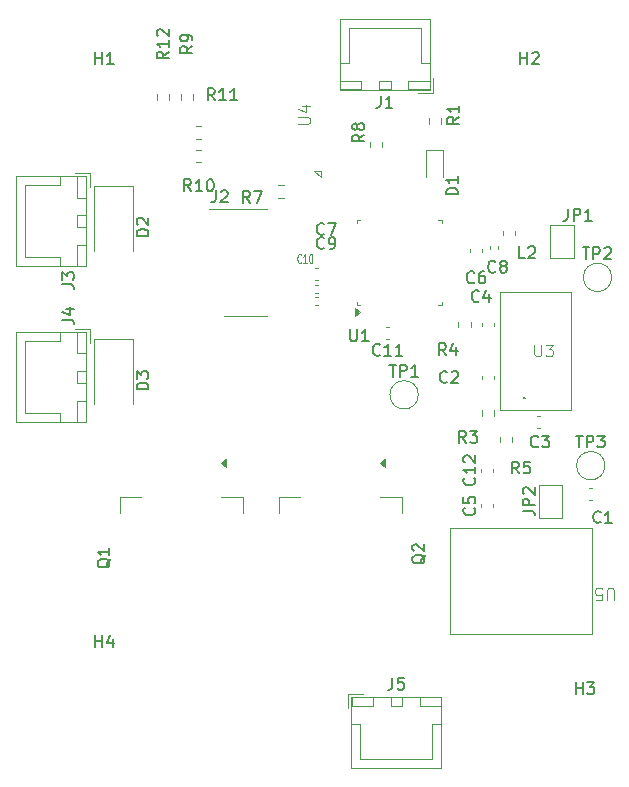
<source format=gbr>
%TF.GenerationSoftware,KiCad,Pcbnew,9.0.4*%
%TF.CreationDate,2025-11-05T15:34:37+01:00*%
%TF.ProjectId,FliperKAd,466c6970-6572-44b4-9164-2e6b69636164,rev?*%
%TF.SameCoordinates,Original*%
%TF.FileFunction,Legend,Top*%
%TF.FilePolarity,Positive*%
%FSLAX46Y46*%
G04 Gerber Fmt 4.6, Leading zero omitted, Abs format (unit mm)*
G04 Created by KiCad (PCBNEW 9.0.4) date 2025-11-05 15:34:37*
%MOMM*%
%LPD*%
G01*
G04 APERTURE LIST*
%ADD10C,0.150000*%
%ADD11C,0.080000*%
%ADD12C,0.100000*%
%ADD13C,0.120000*%
G04 APERTURE END LIST*
D10*
X207024819Y-69166666D02*
X206548628Y-69499999D01*
X207024819Y-69738094D02*
X206024819Y-69738094D01*
X206024819Y-69738094D02*
X206024819Y-69357142D01*
X206024819Y-69357142D02*
X206072438Y-69261904D01*
X206072438Y-69261904D02*
X206120057Y-69214285D01*
X206120057Y-69214285D02*
X206215295Y-69166666D01*
X206215295Y-69166666D02*
X206358152Y-69166666D01*
X206358152Y-69166666D02*
X206453390Y-69214285D01*
X206453390Y-69214285D02*
X206501009Y-69261904D01*
X206501009Y-69261904D02*
X206548628Y-69357142D01*
X206548628Y-69357142D02*
X206548628Y-69738094D01*
X206453390Y-68595237D02*
X206405771Y-68690475D01*
X206405771Y-68690475D02*
X206358152Y-68738094D01*
X206358152Y-68738094D02*
X206262914Y-68785713D01*
X206262914Y-68785713D02*
X206215295Y-68785713D01*
X206215295Y-68785713D02*
X206120057Y-68738094D01*
X206120057Y-68738094D02*
X206072438Y-68690475D01*
X206072438Y-68690475D02*
X206024819Y-68595237D01*
X206024819Y-68595237D02*
X206024819Y-68404761D01*
X206024819Y-68404761D02*
X206072438Y-68309523D01*
X206072438Y-68309523D02*
X206120057Y-68261904D01*
X206120057Y-68261904D02*
X206215295Y-68214285D01*
X206215295Y-68214285D02*
X206262914Y-68214285D01*
X206262914Y-68214285D02*
X206358152Y-68261904D01*
X206358152Y-68261904D02*
X206405771Y-68309523D01*
X206405771Y-68309523D02*
X206453390Y-68404761D01*
X206453390Y-68404761D02*
X206453390Y-68595237D01*
X206453390Y-68595237D02*
X206501009Y-68690475D01*
X206501009Y-68690475D02*
X206548628Y-68738094D01*
X206548628Y-68738094D02*
X206643866Y-68785713D01*
X206643866Y-68785713D02*
X206834342Y-68785713D01*
X206834342Y-68785713D02*
X206929580Y-68738094D01*
X206929580Y-68738094D02*
X206977200Y-68690475D01*
X206977200Y-68690475D02*
X207024819Y-68595237D01*
X207024819Y-68595237D02*
X207024819Y-68404761D01*
X207024819Y-68404761D02*
X206977200Y-68309523D01*
X206977200Y-68309523D02*
X206929580Y-68261904D01*
X206929580Y-68261904D02*
X206834342Y-68214285D01*
X206834342Y-68214285D02*
X206643866Y-68214285D01*
X206643866Y-68214285D02*
X206548628Y-68261904D01*
X206548628Y-68261904D02*
X206501009Y-68309523D01*
X206501009Y-68309523D02*
X206453390Y-68404761D01*
X214033333Y-90109580D02*
X213985714Y-90157200D01*
X213985714Y-90157200D02*
X213842857Y-90204819D01*
X213842857Y-90204819D02*
X213747619Y-90204819D01*
X213747619Y-90204819D02*
X213604762Y-90157200D01*
X213604762Y-90157200D02*
X213509524Y-90061961D01*
X213509524Y-90061961D02*
X213461905Y-89966723D01*
X213461905Y-89966723D02*
X213414286Y-89776247D01*
X213414286Y-89776247D02*
X213414286Y-89633390D01*
X213414286Y-89633390D02*
X213461905Y-89442914D01*
X213461905Y-89442914D02*
X213509524Y-89347676D01*
X213509524Y-89347676D02*
X213604762Y-89252438D01*
X213604762Y-89252438D02*
X213747619Y-89204819D01*
X213747619Y-89204819D02*
X213842857Y-89204819D01*
X213842857Y-89204819D02*
X213985714Y-89252438D01*
X213985714Y-89252438D02*
X214033333Y-89300057D01*
X214414286Y-89300057D02*
X214461905Y-89252438D01*
X214461905Y-89252438D02*
X214557143Y-89204819D01*
X214557143Y-89204819D02*
X214795238Y-89204819D01*
X214795238Y-89204819D02*
X214890476Y-89252438D01*
X214890476Y-89252438D02*
X214938095Y-89300057D01*
X214938095Y-89300057D02*
X214985714Y-89395295D01*
X214985714Y-89395295D02*
X214985714Y-89490533D01*
X214985714Y-89490533D02*
X214938095Y-89633390D01*
X214938095Y-89633390D02*
X214366667Y-90204819D01*
X214366667Y-90204819D02*
X214985714Y-90204819D01*
X216333333Y-81659580D02*
X216285714Y-81707200D01*
X216285714Y-81707200D02*
X216142857Y-81754819D01*
X216142857Y-81754819D02*
X216047619Y-81754819D01*
X216047619Y-81754819D02*
X215904762Y-81707200D01*
X215904762Y-81707200D02*
X215809524Y-81611961D01*
X215809524Y-81611961D02*
X215761905Y-81516723D01*
X215761905Y-81516723D02*
X215714286Y-81326247D01*
X215714286Y-81326247D02*
X215714286Y-81183390D01*
X215714286Y-81183390D02*
X215761905Y-80992914D01*
X215761905Y-80992914D02*
X215809524Y-80897676D01*
X215809524Y-80897676D02*
X215904762Y-80802438D01*
X215904762Y-80802438D02*
X216047619Y-80754819D01*
X216047619Y-80754819D02*
X216142857Y-80754819D01*
X216142857Y-80754819D02*
X216285714Y-80802438D01*
X216285714Y-80802438D02*
X216333333Y-80850057D01*
X217190476Y-80754819D02*
X217000000Y-80754819D01*
X217000000Y-80754819D02*
X216904762Y-80802438D01*
X216904762Y-80802438D02*
X216857143Y-80850057D01*
X216857143Y-80850057D02*
X216761905Y-80992914D01*
X216761905Y-80992914D02*
X216714286Y-81183390D01*
X216714286Y-81183390D02*
X216714286Y-81564342D01*
X216714286Y-81564342D02*
X216761905Y-81659580D01*
X216761905Y-81659580D02*
X216809524Y-81707200D01*
X216809524Y-81707200D02*
X216904762Y-81754819D01*
X216904762Y-81754819D02*
X217095238Y-81754819D01*
X217095238Y-81754819D02*
X217190476Y-81707200D01*
X217190476Y-81707200D02*
X217238095Y-81659580D01*
X217238095Y-81659580D02*
X217285714Y-81564342D01*
X217285714Y-81564342D02*
X217285714Y-81326247D01*
X217285714Y-81326247D02*
X217238095Y-81231009D01*
X217238095Y-81231009D02*
X217190476Y-81183390D01*
X217190476Y-81183390D02*
X217095238Y-81135771D01*
X217095238Y-81135771D02*
X216904762Y-81135771D01*
X216904762Y-81135771D02*
X216809524Y-81183390D01*
X216809524Y-81183390D02*
X216761905Y-81231009D01*
X216761905Y-81231009D02*
X216714286Y-81326247D01*
X212200057Y-104745238D02*
X212152438Y-104840476D01*
X212152438Y-104840476D02*
X212057200Y-104935714D01*
X212057200Y-104935714D02*
X211914342Y-105078571D01*
X211914342Y-105078571D02*
X211866723Y-105173809D01*
X211866723Y-105173809D02*
X211866723Y-105269047D01*
X212104819Y-105221428D02*
X212057200Y-105316666D01*
X212057200Y-105316666D02*
X211961961Y-105411904D01*
X211961961Y-105411904D02*
X211771485Y-105459523D01*
X211771485Y-105459523D02*
X211438152Y-105459523D01*
X211438152Y-105459523D02*
X211247676Y-105411904D01*
X211247676Y-105411904D02*
X211152438Y-105316666D01*
X211152438Y-105316666D02*
X211104819Y-105221428D01*
X211104819Y-105221428D02*
X211104819Y-105030952D01*
X211104819Y-105030952D02*
X211152438Y-104935714D01*
X211152438Y-104935714D02*
X211247676Y-104840476D01*
X211247676Y-104840476D02*
X211438152Y-104792857D01*
X211438152Y-104792857D02*
X211771485Y-104792857D01*
X211771485Y-104792857D02*
X211961961Y-104840476D01*
X211961961Y-104840476D02*
X212057200Y-104935714D01*
X212057200Y-104935714D02*
X212104819Y-105030952D01*
X212104819Y-105030952D02*
X212104819Y-105221428D01*
X211200057Y-104411904D02*
X211152438Y-104364285D01*
X211152438Y-104364285D02*
X211104819Y-104269047D01*
X211104819Y-104269047D02*
X211104819Y-104030952D01*
X211104819Y-104030952D02*
X211152438Y-103935714D01*
X211152438Y-103935714D02*
X211200057Y-103888095D01*
X211200057Y-103888095D02*
X211295295Y-103840476D01*
X211295295Y-103840476D02*
X211390533Y-103840476D01*
X211390533Y-103840476D02*
X211533390Y-103888095D01*
X211533390Y-103888095D02*
X212104819Y-104459523D01*
X212104819Y-104459523D02*
X212104819Y-103840476D01*
D11*
X201678571Y-79989744D02*
X201654762Y-80027840D01*
X201654762Y-80027840D02*
X201583333Y-80065935D01*
X201583333Y-80065935D02*
X201535714Y-80065935D01*
X201535714Y-80065935D02*
X201464286Y-80027840D01*
X201464286Y-80027840D02*
X201416667Y-79951649D01*
X201416667Y-79951649D02*
X201392857Y-79875459D01*
X201392857Y-79875459D02*
X201369048Y-79723078D01*
X201369048Y-79723078D02*
X201369048Y-79608792D01*
X201369048Y-79608792D02*
X201392857Y-79456411D01*
X201392857Y-79456411D02*
X201416667Y-79380220D01*
X201416667Y-79380220D02*
X201464286Y-79304030D01*
X201464286Y-79304030D02*
X201535714Y-79265935D01*
X201535714Y-79265935D02*
X201583333Y-79265935D01*
X201583333Y-79265935D02*
X201654762Y-79304030D01*
X201654762Y-79304030D02*
X201678571Y-79342125D01*
X202154762Y-80065935D02*
X201869048Y-80065935D01*
X202011905Y-80065935D02*
X202011905Y-79265935D01*
X202011905Y-79265935D02*
X201964286Y-79380220D01*
X201964286Y-79380220D02*
X201916667Y-79456411D01*
X201916667Y-79456411D02*
X201869048Y-79494506D01*
X202464285Y-79265935D02*
X202511904Y-79265935D01*
X202511904Y-79265935D02*
X202559523Y-79304030D01*
X202559523Y-79304030D02*
X202583333Y-79342125D01*
X202583333Y-79342125D02*
X202607142Y-79418316D01*
X202607142Y-79418316D02*
X202630952Y-79570697D01*
X202630952Y-79570697D02*
X202630952Y-79761173D01*
X202630952Y-79761173D02*
X202607142Y-79913554D01*
X202607142Y-79913554D02*
X202583333Y-79989744D01*
X202583333Y-79989744D02*
X202559523Y-80027840D01*
X202559523Y-80027840D02*
X202511904Y-80065935D01*
X202511904Y-80065935D02*
X202464285Y-80065935D01*
X202464285Y-80065935D02*
X202416666Y-80027840D01*
X202416666Y-80027840D02*
X202392857Y-79989744D01*
X202392857Y-79989744D02*
X202369047Y-79913554D01*
X202369047Y-79913554D02*
X202345238Y-79761173D01*
X202345238Y-79761173D02*
X202345238Y-79570697D01*
X202345238Y-79570697D02*
X202369047Y-79418316D01*
X202369047Y-79418316D02*
X202392857Y-79342125D01*
X202392857Y-79342125D02*
X202416666Y-79304030D01*
X202416666Y-79304030D02*
X202464285Y-79265935D01*
D10*
X184238095Y-63204819D02*
X184238095Y-62204819D01*
X184238095Y-62681009D02*
X184809523Y-62681009D01*
X184809523Y-63204819D02*
X184809523Y-62204819D01*
X185809523Y-63204819D02*
X185238095Y-63204819D01*
X185523809Y-63204819D02*
X185523809Y-62204819D01*
X185523809Y-62204819D02*
X185428571Y-62347676D01*
X185428571Y-62347676D02*
X185333333Y-62442914D01*
X185333333Y-62442914D02*
X185238095Y-62490533D01*
X216733333Y-83259580D02*
X216685714Y-83307200D01*
X216685714Y-83307200D02*
X216542857Y-83354819D01*
X216542857Y-83354819D02*
X216447619Y-83354819D01*
X216447619Y-83354819D02*
X216304762Y-83307200D01*
X216304762Y-83307200D02*
X216209524Y-83211961D01*
X216209524Y-83211961D02*
X216161905Y-83116723D01*
X216161905Y-83116723D02*
X216114286Y-82926247D01*
X216114286Y-82926247D02*
X216114286Y-82783390D01*
X216114286Y-82783390D02*
X216161905Y-82592914D01*
X216161905Y-82592914D02*
X216209524Y-82497676D01*
X216209524Y-82497676D02*
X216304762Y-82402438D01*
X216304762Y-82402438D02*
X216447619Y-82354819D01*
X216447619Y-82354819D02*
X216542857Y-82354819D01*
X216542857Y-82354819D02*
X216685714Y-82402438D01*
X216685714Y-82402438D02*
X216733333Y-82450057D01*
X217590476Y-82688152D02*
X217590476Y-83354819D01*
X217352381Y-82307200D02*
X217114286Y-83021485D01*
X217114286Y-83021485D02*
X217733333Y-83021485D01*
X216329580Y-98242857D02*
X216377200Y-98290476D01*
X216377200Y-98290476D02*
X216424819Y-98433333D01*
X216424819Y-98433333D02*
X216424819Y-98528571D01*
X216424819Y-98528571D02*
X216377200Y-98671428D01*
X216377200Y-98671428D02*
X216281961Y-98766666D01*
X216281961Y-98766666D02*
X216186723Y-98814285D01*
X216186723Y-98814285D02*
X215996247Y-98861904D01*
X215996247Y-98861904D02*
X215853390Y-98861904D01*
X215853390Y-98861904D02*
X215662914Y-98814285D01*
X215662914Y-98814285D02*
X215567676Y-98766666D01*
X215567676Y-98766666D02*
X215472438Y-98671428D01*
X215472438Y-98671428D02*
X215424819Y-98528571D01*
X215424819Y-98528571D02*
X215424819Y-98433333D01*
X215424819Y-98433333D02*
X215472438Y-98290476D01*
X215472438Y-98290476D02*
X215520057Y-98242857D01*
X216424819Y-97290476D02*
X216424819Y-97861904D01*
X216424819Y-97576190D02*
X215424819Y-97576190D01*
X215424819Y-97576190D02*
X215567676Y-97671428D01*
X215567676Y-97671428D02*
X215662914Y-97766666D01*
X215662914Y-97766666D02*
X215710533Y-97861904D01*
X215520057Y-96909523D02*
X215472438Y-96861904D01*
X215472438Y-96861904D02*
X215424819Y-96766666D01*
X215424819Y-96766666D02*
X215424819Y-96528571D01*
X215424819Y-96528571D02*
X215472438Y-96433333D01*
X215472438Y-96433333D02*
X215520057Y-96385714D01*
X215520057Y-96385714D02*
X215615295Y-96338095D01*
X215615295Y-96338095D02*
X215710533Y-96338095D01*
X215710533Y-96338095D02*
X215853390Y-96385714D01*
X215853390Y-96385714D02*
X216424819Y-96957142D01*
X216424819Y-96957142D02*
X216424819Y-96338095D01*
X209416666Y-115154819D02*
X209416666Y-115869104D01*
X209416666Y-115869104D02*
X209369047Y-116011961D01*
X209369047Y-116011961D02*
X209273809Y-116107200D01*
X209273809Y-116107200D02*
X209130952Y-116154819D01*
X209130952Y-116154819D02*
X209035714Y-116154819D01*
X210369047Y-115154819D02*
X209892857Y-115154819D01*
X209892857Y-115154819D02*
X209845238Y-115631009D01*
X209845238Y-115631009D02*
X209892857Y-115583390D01*
X209892857Y-115583390D02*
X209988095Y-115535771D01*
X209988095Y-115535771D02*
X210226190Y-115535771D01*
X210226190Y-115535771D02*
X210321428Y-115583390D01*
X210321428Y-115583390D02*
X210369047Y-115631009D01*
X210369047Y-115631009D02*
X210416666Y-115726247D01*
X210416666Y-115726247D02*
X210416666Y-115964342D01*
X210416666Y-115964342D02*
X210369047Y-116059580D01*
X210369047Y-116059580D02*
X210321428Y-116107200D01*
X210321428Y-116107200D02*
X210226190Y-116154819D01*
X210226190Y-116154819D02*
X209988095Y-116154819D01*
X209988095Y-116154819D02*
X209892857Y-116107200D01*
X209892857Y-116107200D02*
X209845238Y-116059580D01*
X215054819Y-67666666D02*
X214578628Y-67999999D01*
X215054819Y-68238094D02*
X214054819Y-68238094D01*
X214054819Y-68238094D02*
X214054819Y-67857142D01*
X214054819Y-67857142D02*
X214102438Y-67761904D01*
X214102438Y-67761904D02*
X214150057Y-67714285D01*
X214150057Y-67714285D02*
X214245295Y-67666666D01*
X214245295Y-67666666D02*
X214388152Y-67666666D01*
X214388152Y-67666666D02*
X214483390Y-67714285D01*
X214483390Y-67714285D02*
X214531009Y-67761904D01*
X214531009Y-67761904D02*
X214578628Y-67857142D01*
X214578628Y-67857142D02*
X214578628Y-68238094D01*
X215054819Y-66714285D02*
X215054819Y-67285713D01*
X215054819Y-66999999D02*
X214054819Y-66999999D01*
X214054819Y-66999999D02*
X214197676Y-67095237D01*
X214197676Y-67095237D02*
X214292914Y-67190475D01*
X214292914Y-67190475D02*
X214340533Y-67285713D01*
X214954819Y-74238094D02*
X213954819Y-74238094D01*
X213954819Y-74238094D02*
X213954819Y-73999999D01*
X213954819Y-73999999D02*
X214002438Y-73857142D01*
X214002438Y-73857142D02*
X214097676Y-73761904D01*
X214097676Y-73761904D02*
X214192914Y-73714285D01*
X214192914Y-73714285D02*
X214383390Y-73666666D01*
X214383390Y-73666666D02*
X214526247Y-73666666D01*
X214526247Y-73666666D02*
X214716723Y-73714285D01*
X214716723Y-73714285D02*
X214811961Y-73761904D01*
X214811961Y-73761904D02*
X214907200Y-73857142D01*
X214907200Y-73857142D02*
X214954819Y-73999999D01*
X214954819Y-73999999D02*
X214954819Y-74238094D01*
X214954819Y-72714285D02*
X214954819Y-73285713D01*
X214954819Y-72999999D02*
X213954819Y-72999999D01*
X213954819Y-72999999D02*
X214097676Y-73095237D01*
X214097676Y-73095237D02*
X214192914Y-73190475D01*
X214192914Y-73190475D02*
X214240533Y-73285713D01*
X221748913Y-95559580D02*
X221701294Y-95607200D01*
X221701294Y-95607200D02*
X221558437Y-95654819D01*
X221558437Y-95654819D02*
X221463199Y-95654819D01*
X221463199Y-95654819D02*
X221320342Y-95607200D01*
X221320342Y-95607200D02*
X221225104Y-95511961D01*
X221225104Y-95511961D02*
X221177485Y-95416723D01*
X221177485Y-95416723D02*
X221129866Y-95226247D01*
X221129866Y-95226247D02*
X221129866Y-95083390D01*
X221129866Y-95083390D02*
X221177485Y-94892914D01*
X221177485Y-94892914D02*
X221225104Y-94797676D01*
X221225104Y-94797676D02*
X221320342Y-94702438D01*
X221320342Y-94702438D02*
X221463199Y-94654819D01*
X221463199Y-94654819D02*
X221558437Y-94654819D01*
X221558437Y-94654819D02*
X221701294Y-94702438D01*
X221701294Y-94702438D02*
X221748913Y-94750057D01*
X222082247Y-94654819D02*
X222701294Y-94654819D01*
X222701294Y-94654819D02*
X222367961Y-95035771D01*
X222367961Y-95035771D02*
X222510818Y-95035771D01*
X222510818Y-95035771D02*
X222606056Y-95083390D01*
X222606056Y-95083390D02*
X222653675Y-95131009D01*
X222653675Y-95131009D02*
X222701294Y-95226247D01*
X222701294Y-95226247D02*
X222701294Y-95464342D01*
X222701294Y-95464342D02*
X222653675Y-95559580D01*
X222653675Y-95559580D02*
X222606056Y-95607200D01*
X222606056Y-95607200D02*
X222510818Y-95654819D01*
X222510818Y-95654819D02*
X222225104Y-95654819D01*
X222225104Y-95654819D02*
X222129866Y-95607200D01*
X222129866Y-95607200D02*
X222082247Y-95559580D01*
X215633333Y-95254819D02*
X215300000Y-94778628D01*
X215061905Y-95254819D02*
X215061905Y-94254819D01*
X215061905Y-94254819D02*
X215442857Y-94254819D01*
X215442857Y-94254819D02*
X215538095Y-94302438D01*
X215538095Y-94302438D02*
X215585714Y-94350057D01*
X215585714Y-94350057D02*
X215633333Y-94445295D01*
X215633333Y-94445295D02*
X215633333Y-94588152D01*
X215633333Y-94588152D02*
X215585714Y-94683390D01*
X215585714Y-94683390D02*
X215538095Y-94731009D01*
X215538095Y-94731009D02*
X215442857Y-94778628D01*
X215442857Y-94778628D02*
X215061905Y-94778628D01*
X215966667Y-94254819D02*
X216585714Y-94254819D01*
X216585714Y-94254819D02*
X216252381Y-94635771D01*
X216252381Y-94635771D02*
X216395238Y-94635771D01*
X216395238Y-94635771D02*
X216490476Y-94683390D01*
X216490476Y-94683390D02*
X216538095Y-94731009D01*
X216538095Y-94731009D02*
X216585714Y-94826247D01*
X216585714Y-94826247D02*
X216585714Y-95064342D01*
X216585714Y-95064342D02*
X216538095Y-95159580D01*
X216538095Y-95159580D02*
X216490476Y-95207200D01*
X216490476Y-95207200D02*
X216395238Y-95254819D01*
X216395238Y-95254819D02*
X216109524Y-95254819D01*
X216109524Y-95254819D02*
X216014286Y-95207200D01*
X216014286Y-95207200D02*
X215966667Y-95159580D01*
X225508095Y-78716819D02*
X226079523Y-78716819D01*
X225793809Y-79716819D02*
X225793809Y-78716819D01*
X226412857Y-79716819D02*
X226412857Y-78716819D01*
X226412857Y-78716819D02*
X226793809Y-78716819D01*
X226793809Y-78716819D02*
X226889047Y-78764438D01*
X226889047Y-78764438D02*
X226936666Y-78812057D01*
X226936666Y-78812057D02*
X226984285Y-78907295D01*
X226984285Y-78907295D02*
X226984285Y-79050152D01*
X226984285Y-79050152D02*
X226936666Y-79145390D01*
X226936666Y-79145390D02*
X226889047Y-79193009D01*
X226889047Y-79193009D02*
X226793809Y-79240628D01*
X226793809Y-79240628D02*
X226412857Y-79240628D01*
X227365238Y-78812057D02*
X227412857Y-78764438D01*
X227412857Y-78764438D02*
X227508095Y-78716819D01*
X227508095Y-78716819D02*
X227746190Y-78716819D01*
X227746190Y-78716819D02*
X227841428Y-78764438D01*
X227841428Y-78764438D02*
X227889047Y-78812057D01*
X227889047Y-78812057D02*
X227936666Y-78907295D01*
X227936666Y-78907295D02*
X227936666Y-79002533D01*
X227936666Y-79002533D02*
X227889047Y-79145390D01*
X227889047Y-79145390D02*
X227317619Y-79716819D01*
X227317619Y-79716819D02*
X227936666Y-79716819D01*
X220238095Y-63204819D02*
X220238095Y-62204819D01*
X220238095Y-62681009D02*
X220809523Y-62681009D01*
X220809523Y-63204819D02*
X220809523Y-62204819D01*
X221238095Y-62300057D02*
X221285714Y-62252438D01*
X221285714Y-62252438D02*
X221380952Y-62204819D01*
X221380952Y-62204819D02*
X221619047Y-62204819D01*
X221619047Y-62204819D02*
X221714285Y-62252438D01*
X221714285Y-62252438D02*
X221761904Y-62300057D01*
X221761904Y-62300057D02*
X221809523Y-62395295D01*
X221809523Y-62395295D02*
X221809523Y-62490533D01*
X221809523Y-62490533D02*
X221761904Y-62633390D01*
X221761904Y-62633390D02*
X221190476Y-63204819D01*
X221190476Y-63204819D02*
X221809523Y-63204819D01*
X181454819Y-81833333D02*
X182169104Y-81833333D01*
X182169104Y-81833333D02*
X182311961Y-81880952D01*
X182311961Y-81880952D02*
X182407200Y-81976190D01*
X182407200Y-81976190D02*
X182454819Y-82119047D01*
X182454819Y-82119047D02*
X182454819Y-82214285D01*
X181454819Y-81452380D02*
X181454819Y-80833333D01*
X181454819Y-80833333D02*
X181835771Y-81166666D01*
X181835771Y-81166666D02*
X181835771Y-81023809D01*
X181835771Y-81023809D02*
X181883390Y-80928571D01*
X181883390Y-80928571D02*
X181931009Y-80880952D01*
X181931009Y-80880952D02*
X182026247Y-80833333D01*
X182026247Y-80833333D02*
X182264342Y-80833333D01*
X182264342Y-80833333D02*
X182359580Y-80880952D01*
X182359580Y-80880952D02*
X182407200Y-80928571D01*
X182407200Y-80928571D02*
X182454819Y-81023809D01*
X182454819Y-81023809D02*
X182454819Y-81309523D01*
X182454819Y-81309523D02*
X182407200Y-81404761D01*
X182407200Y-81404761D02*
X182359580Y-81452380D01*
X188754819Y-90738094D02*
X187754819Y-90738094D01*
X187754819Y-90738094D02*
X187754819Y-90499999D01*
X187754819Y-90499999D02*
X187802438Y-90357142D01*
X187802438Y-90357142D02*
X187897676Y-90261904D01*
X187897676Y-90261904D02*
X187992914Y-90214285D01*
X187992914Y-90214285D02*
X188183390Y-90166666D01*
X188183390Y-90166666D02*
X188326247Y-90166666D01*
X188326247Y-90166666D02*
X188516723Y-90214285D01*
X188516723Y-90214285D02*
X188611961Y-90261904D01*
X188611961Y-90261904D02*
X188707200Y-90357142D01*
X188707200Y-90357142D02*
X188754819Y-90499999D01*
X188754819Y-90499999D02*
X188754819Y-90738094D01*
X187754819Y-89833332D02*
X187754819Y-89214285D01*
X187754819Y-89214285D02*
X188135771Y-89547618D01*
X188135771Y-89547618D02*
X188135771Y-89404761D01*
X188135771Y-89404761D02*
X188183390Y-89309523D01*
X188183390Y-89309523D02*
X188231009Y-89261904D01*
X188231009Y-89261904D02*
X188326247Y-89214285D01*
X188326247Y-89214285D02*
X188564342Y-89214285D01*
X188564342Y-89214285D02*
X188659580Y-89261904D01*
X188659580Y-89261904D02*
X188707200Y-89309523D01*
X188707200Y-89309523D02*
X188754819Y-89404761D01*
X188754819Y-89404761D02*
X188754819Y-89690475D01*
X188754819Y-89690475D02*
X188707200Y-89785713D01*
X188707200Y-89785713D02*
X188659580Y-89833332D01*
X220454819Y-101033333D02*
X221169104Y-101033333D01*
X221169104Y-101033333D02*
X221311961Y-101080952D01*
X221311961Y-101080952D02*
X221407200Y-101176190D01*
X221407200Y-101176190D02*
X221454819Y-101319047D01*
X221454819Y-101319047D02*
X221454819Y-101414285D01*
X221454819Y-100557142D02*
X220454819Y-100557142D01*
X220454819Y-100557142D02*
X220454819Y-100176190D01*
X220454819Y-100176190D02*
X220502438Y-100080952D01*
X220502438Y-100080952D02*
X220550057Y-100033333D01*
X220550057Y-100033333D02*
X220645295Y-99985714D01*
X220645295Y-99985714D02*
X220788152Y-99985714D01*
X220788152Y-99985714D02*
X220883390Y-100033333D01*
X220883390Y-100033333D02*
X220931009Y-100080952D01*
X220931009Y-100080952D02*
X220978628Y-100176190D01*
X220978628Y-100176190D02*
X220978628Y-100557142D01*
X220550057Y-99604761D02*
X220502438Y-99557142D01*
X220502438Y-99557142D02*
X220454819Y-99461904D01*
X220454819Y-99461904D02*
X220454819Y-99223809D01*
X220454819Y-99223809D02*
X220502438Y-99128571D01*
X220502438Y-99128571D02*
X220550057Y-99080952D01*
X220550057Y-99080952D02*
X220645295Y-99033333D01*
X220645295Y-99033333D02*
X220740533Y-99033333D01*
X220740533Y-99033333D02*
X220883390Y-99080952D01*
X220883390Y-99080952D02*
X221454819Y-99652380D01*
X221454819Y-99652380D02*
X221454819Y-99033333D01*
X224266666Y-75454819D02*
X224266666Y-76169104D01*
X224266666Y-76169104D02*
X224219047Y-76311961D01*
X224219047Y-76311961D02*
X224123809Y-76407200D01*
X224123809Y-76407200D02*
X223980952Y-76454819D01*
X223980952Y-76454819D02*
X223885714Y-76454819D01*
X224742857Y-76454819D02*
X224742857Y-75454819D01*
X224742857Y-75454819D02*
X225123809Y-75454819D01*
X225123809Y-75454819D02*
X225219047Y-75502438D01*
X225219047Y-75502438D02*
X225266666Y-75550057D01*
X225266666Y-75550057D02*
X225314285Y-75645295D01*
X225314285Y-75645295D02*
X225314285Y-75788152D01*
X225314285Y-75788152D02*
X225266666Y-75883390D01*
X225266666Y-75883390D02*
X225219047Y-75931009D01*
X225219047Y-75931009D02*
X225123809Y-75978628D01*
X225123809Y-75978628D02*
X224742857Y-75978628D01*
X226266666Y-76454819D02*
X225695238Y-76454819D01*
X225980952Y-76454819D02*
X225980952Y-75454819D01*
X225980952Y-75454819D02*
X225885714Y-75597676D01*
X225885714Y-75597676D02*
X225790476Y-75692914D01*
X225790476Y-75692914D02*
X225695238Y-75740533D01*
X216329580Y-100766666D02*
X216377200Y-100814285D01*
X216377200Y-100814285D02*
X216424819Y-100957142D01*
X216424819Y-100957142D02*
X216424819Y-101052380D01*
X216424819Y-101052380D02*
X216377200Y-101195237D01*
X216377200Y-101195237D02*
X216281961Y-101290475D01*
X216281961Y-101290475D02*
X216186723Y-101338094D01*
X216186723Y-101338094D02*
X215996247Y-101385713D01*
X215996247Y-101385713D02*
X215853390Y-101385713D01*
X215853390Y-101385713D02*
X215662914Y-101338094D01*
X215662914Y-101338094D02*
X215567676Y-101290475D01*
X215567676Y-101290475D02*
X215472438Y-101195237D01*
X215472438Y-101195237D02*
X215424819Y-101052380D01*
X215424819Y-101052380D02*
X215424819Y-100957142D01*
X215424819Y-100957142D02*
X215472438Y-100814285D01*
X215472438Y-100814285D02*
X215520057Y-100766666D01*
X215424819Y-99861904D02*
X215424819Y-100338094D01*
X215424819Y-100338094D02*
X215901009Y-100385713D01*
X215901009Y-100385713D02*
X215853390Y-100338094D01*
X215853390Y-100338094D02*
X215805771Y-100242856D01*
X215805771Y-100242856D02*
X215805771Y-100004761D01*
X215805771Y-100004761D02*
X215853390Y-99909523D01*
X215853390Y-99909523D02*
X215901009Y-99861904D01*
X215901009Y-99861904D02*
X215996247Y-99814285D01*
X215996247Y-99814285D02*
X216234342Y-99814285D01*
X216234342Y-99814285D02*
X216329580Y-99861904D01*
X216329580Y-99861904D02*
X216377200Y-99909523D01*
X216377200Y-99909523D02*
X216424819Y-100004761D01*
X216424819Y-100004761D02*
X216424819Y-100242856D01*
X216424819Y-100242856D02*
X216377200Y-100338094D01*
X216377200Y-100338094D02*
X216329580Y-100385713D01*
X185550057Y-105095238D02*
X185502438Y-105190476D01*
X185502438Y-105190476D02*
X185407200Y-105285714D01*
X185407200Y-105285714D02*
X185264342Y-105428571D01*
X185264342Y-105428571D02*
X185216723Y-105523809D01*
X185216723Y-105523809D02*
X185216723Y-105619047D01*
X185454819Y-105571428D02*
X185407200Y-105666666D01*
X185407200Y-105666666D02*
X185311961Y-105761904D01*
X185311961Y-105761904D02*
X185121485Y-105809523D01*
X185121485Y-105809523D02*
X184788152Y-105809523D01*
X184788152Y-105809523D02*
X184597676Y-105761904D01*
X184597676Y-105761904D02*
X184502438Y-105666666D01*
X184502438Y-105666666D02*
X184454819Y-105571428D01*
X184454819Y-105571428D02*
X184454819Y-105380952D01*
X184454819Y-105380952D02*
X184502438Y-105285714D01*
X184502438Y-105285714D02*
X184597676Y-105190476D01*
X184597676Y-105190476D02*
X184788152Y-105142857D01*
X184788152Y-105142857D02*
X185121485Y-105142857D01*
X185121485Y-105142857D02*
X185311961Y-105190476D01*
X185311961Y-105190476D02*
X185407200Y-105285714D01*
X185407200Y-105285714D02*
X185454819Y-105380952D01*
X185454819Y-105380952D02*
X185454819Y-105571428D01*
X185454819Y-104190476D02*
X185454819Y-104761904D01*
X185454819Y-104476190D02*
X184454819Y-104476190D01*
X184454819Y-104476190D02*
X184597676Y-104571428D01*
X184597676Y-104571428D02*
X184692914Y-104666666D01*
X184692914Y-104666666D02*
X184740533Y-104761904D01*
X197333333Y-74954819D02*
X197000000Y-74478628D01*
X196761905Y-74954819D02*
X196761905Y-73954819D01*
X196761905Y-73954819D02*
X197142857Y-73954819D01*
X197142857Y-73954819D02*
X197238095Y-74002438D01*
X197238095Y-74002438D02*
X197285714Y-74050057D01*
X197285714Y-74050057D02*
X197333333Y-74145295D01*
X197333333Y-74145295D02*
X197333333Y-74288152D01*
X197333333Y-74288152D02*
X197285714Y-74383390D01*
X197285714Y-74383390D02*
X197238095Y-74431009D01*
X197238095Y-74431009D02*
X197142857Y-74478628D01*
X197142857Y-74478628D02*
X196761905Y-74478628D01*
X197666667Y-73954819D02*
X198333333Y-73954819D01*
X198333333Y-73954819D02*
X197904762Y-74954819D01*
X218133333Y-80759580D02*
X218085714Y-80807200D01*
X218085714Y-80807200D02*
X217942857Y-80854819D01*
X217942857Y-80854819D02*
X217847619Y-80854819D01*
X217847619Y-80854819D02*
X217704762Y-80807200D01*
X217704762Y-80807200D02*
X217609524Y-80711961D01*
X217609524Y-80711961D02*
X217561905Y-80616723D01*
X217561905Y-80616723D02*
X217514286Y-80426247D01*
X217514286Y-80426247D02*
X217514286Y-80283390D01*
X217514286Y-80283390D02*
X217561905Y-80092914D01*
X217561905Y-80092914D02*
X217609524Y-79997676D01*
X217609524Y-79997676D02*
X217704762Y-79902438D01*
X217704762Y-79902438D02*
X217847619Y-79854819D01*
X217847619Y-79854819D02*
X217942857Y-79854819D01*
X217942857Y-79854819D02*
X218085714Y-79902438D01*
X218085714Y-79902438D02*
X218133333Y-79950057D01*
X218704762Y-80283390D02*
X218609524Y-80235771D01*
X218609524Y-80235771D02*
X218561905Y-80188152D01*
X218561905Y-80188152D02*
X218514286Y-80092914D01*
X218514286Y-80092914D02*
X218514286Y-80045295D01*
X218514286Y-80045295D02*
X218561905Y-79950057D01*
X218561905Y-79950057D02*
X218609524Y-79902438D01*
X218609524Y-79902438D02*
X218704762Y-79854819D01*
X218704762Y-79854819D02*
X218895238Y-79854819D01*
X218895238Y-79854819D02*
X218990476Y-79902438D01*
X218990476Y-79902438D02*
X219038095Y-79950057D01*
X219038095Y-79950057D02*
X219085714Y-80045295D01*
X219085714Y-80045295D02*
X219085714Y-80092914D01*
X219085714Y-80092914D02*
X219038095Y-80188152D01*
X219038095Y-80188152D02*
X218990476Y-80235771D01*
X218990476Y-80235771D02*
X218895238Y-80283390D01*
X218895238Y-80283390D02*
X218704762Y-80283390D01*
X218704762Y-80283390D02*
X218609524Y-80331009D01*
X218609524Y-80331009D02*
X218561905Y-80378628D01*
X218561905Y-80378628D02*
X218514286Y-80473866D01*
X218514286Y-80473866D02*
X218514286Y-80664342D01*
X218514286Y-80664342D02*
X218561905Y-80759580D01*
X218561905Y-80759580D02*
X218609524Y-80807200D01*
X218609524Y-80807200D02*
X218704762Y-80854819D01*
X218704762Y-80854819D02*
X218895238Y-80854819D01*
X218895238Y-80854819D02*
X218990476Y-80807200D01*
X218990476Y-80807200D02*
X219038095Y-80759580D01*
X219038095Y-80759580D02*
X219085714Y-80664342D01*
X219085714Y-80664342D02*
X219085714Y-80473866D01*
X219085714Y-80473866D02*
X219038095Y-80378628D01*
X219038095Y-80378628D02*
X218990476Y-80331009D01*
X218990476Y-80331009D02*
X218895238Y-80283390D01*
X220633333Y-79641904D02*
X220157143Y-79641904D01*
X220157143Y-79641904D02*
X220157143Y-78641904D01*
X220919048Y-78737142D02*
X220966667Y-78689523D01*
X220966667Y-78689523D02*
X221061905Y-78641904D01*
X221061905Y-78641904D02*
X221300000Y-78641904D01*
X221300000Y-78641904D02*
X221395238Y-78689523D01*
X221395238Y-78689523D02*
X221442857Y-78737142D01*
X221442857Y-78737142D02*
X221490476Y-78832380D01*
X221490476Y-78832380D02*
X221490476Y-78927618D01*
X221490476Y-78927618D02*
X221442857Y-79070475D01*
X221442857Y-79070475D02*
X220871429Y-79641904D01*
X220871429Y-79641904D02*
X221490476Y-79641904D01*
X224938095Y-116554819D02*
X224938095Y-115554819D01*
X224938095Y-116031009D02*
X225509523Y-116031009D01*
X225509523Y-116554819D02*
X225509523Y-115554819D01*
X225890476Y-115554819D02*
X226509523Y-115554819D01*
X226509523Y-115554819D02*
X226176190Y-115935771D01*
X226176190Y-115935771D02*
X226319047Y-115935771D01*
X226319047Y-115935771D02*
X226414285Y-115983390D01*
X226414285Y-115983390D02*
X226461904Y-116031009D01*
X226461904Y-116031009D02*
X226509523Y-116126247D01*
X226509523Y-116126247D02*
X226509523Y-116364342D01*
X226509523Y-116364342D02*
X226461904Y-116459580D01*
X226461904Y-116459580D02*
X226414285Y-116507200D01*
X226414285Y-116507200D02*
X226319047Y-116554819D01*
X226319047Y-116554819D02*
X226033333Y-116554819D01*
X226033333Y-116554819D02*
X225938095Y-116507200D01*
X225938095Y-116507200D02*
X225890476Y-116459580D01*
X190454819Y-62142857D02*
X189978628Y-62476190D01*
X190454819Y-62714285D02*
X189454819Y-62714285D01*
X189454819Y-62714285D02*
X189454819Y-62333333D01*
X189454819Y-62333333D02*
X189502438Y-62238095D01*
X189502438Y-62238095D02*
X189550057Y-62190476D01*
X189550057Y-62190476D02*
X189645295Y-62142857D01*
X189645295Y-62142857D02*
X189788152Y-62142857D01*
X189788152Y-62142857D02*
X189883390Y-62190476D01*
X189883390Y-62190476D02*
X189931009Y-62238095D01*
X189931009Y-62238095D02*
X189978628Y-62333333D01*
X189978628Y-62333333D02*
X189978628Y-62714285D01*
X190454819Y-61190476D02*
X190454819Y-61761904D01*
X190454819Y-61476190D02*
X189454819Y-61476190D01*
X189454819Y-61476190D02*
X189597676Y-61571428D01*
X189597676Y-61571428D02*
X189692914Y-61666666D01*
X189692914Y-61666666D02*
X189740533Y-61761904D01*
X189550057Y-60809523D02*
X189502438Y-60761904D01*
X189502438Y-60761904D02*
X189454819Y-60666666D01*
X189454819Y-60666666D02*
X189454819Y-60428571D01*
X189454819Y-60428571D02*
X189502438Y-60333333D01*
X189502438Y-60333333D02*
X189550057Y-60285714D01*
X189550057Y-60285714D02*
X189645295Y-60238095D01*
X189645295Y-60238095D02*
X189740533Y-60238095D01*
X189740533Y-60238095D02*
X189883390Y-60285714D01*
X189883390Y-60285714D02*
X190454819Y-60857142D01*
X190454819Y-60857142D02*
X190454819Y-60238095D01*
X224938095Y-94656819D02*
X225509523Y-94656819D01*
X225223809Y-95656819D02*
X225223809Y-94656819D01*
X225842857Y-95656819D02*
X225842857Y-94656819D01*
X225842857Y-94656819D02*
X226223809Y-94656819D01*
X226223809Y-94656819D02*
X226319047Y-94704438D01*
X226319047Y-94704438D02*
X226366666Y-94752057D01*
X226366666Y-94752057D02*
X226414285Y-94847295D01*
X226414285Y-94847295D02*
X226414285Y-94990152D01*
X226414285Y-94990152D02*
X226366666Y-95085390D01*
X226366666Y-95085390D02*
X226319047Y-95133009D01*
X226319047Y-95133009D02*
X226223809Y-95180628D01*
X226223809Y-95180628D02*
X225842857Y-95180628D01*
X226747619Y-94656819D02*
X227366666Y-94656819D01*
X227366666Y-94656819D02*
X227033333Y-95037771D01*
X227033333Y-95037771D02*
X227176190Y-95037771D01*
X227176190Y-95037771D02*
X227271428Y-95085390D01*
X227271428Y-95085390D02*
X227319047Y-95133009D01*
X227319047Y-95133009D02*
X227366666Y-95228247D01*
X227366666Y-95228247D02*
X227366666Y-95466342D01*
X227366666Y-95466342D02*
X227319047Y-95561580D01*
X227319047Y-95561580D02*
X227271428Y-95609200D01*
X227271428Y-95609200D02*
X227176190Y-95656819D01*
X227176190Y-95656819D02*
X226890476Y-95656819D01*
X226890476Y-95656819D02*
X226795238Y-95609200D01*
X226795238Y-95609200D02*
X226747619Y-95561580D01*
X227033333Y-101959580D02*
X226985714Y-102007200D01*
X226985714Y-102007200D02*
X226842857Y-102054819D01*
X226842857Y-102054819D02*
X226747619Y-102054819D01*
X226747619Y-102054819D02*
X226604762Y-102007200D01*
X226604762Y-102007200D02*
X226509524Y-101911961D01*
X226509524Y-101911961D02*
X226461905Y-101816723D01*
X226461905Y-101816723D02*
X226414286Y-101626247D01*
X226414286Y-101626247D02*
X226414286Y-101483390D01*
X226414286Y-101483390D02*
X226461905Y-101292914D01*
X226461905Y-101292914D02*
X226509524Y-101197676D01*
X226509524Y-101197676D02*
X226604762Y-101102438D01*
X226604762Y-101102438D02*
X226747619Y-101054819D01*
X226747619Y-101054819D02*
X226842857Y-101054819D01*
X226842857Y-101054819D02*
X226985714Y-101102438D01*
X226985714Y-101102438D02*
X227033333Y-101150057D01*
X227985714Y-102054819D02*
X227414286Y-102054819D01*
X227700000Y-102054819D02*
X227700000Y-101054819D01*
X227700000Y-101054819D02*
X227604762Y-101197676D01*
X227604762Y-101197676D02*
X227509524Y-101292914D01*
X227509524Y-101292914D02*
X227414286Y-101340533D01*
X194466666Y-73899819D02*
X194466666Y-74614104D01*
X194466666Y-74614104D02*
X194419047Y-74756961D01*
X194419047Y-74756961D02*
X194323809Y-74852200D01*
X194323809Y-74852200D02*
X194180952Y-74899819D01*
X194180952Y-74899819D02*
X194085714Y-74899819D01*
X194895238Y-73995057D02*
X194942857Y-73947438D01*
X194942857Y-73947438D02*
X195038095Y-73899819D01*
X195038095Y-73899819D02*
X195276190Y-73899819D01*
X195276190Y-73899819D02*
X195371428Y-73947438D01*
X195371428Y-73947438D02*
X195419047Y-73995057D01*
X195419047Y-73995057D02*
X195466666Y-74090295D01*
X195466666Y-74090295D02*
X195466666Y-74185533D01*
X195466666Y-74185533D02*
X195419047Y-74328390D01*
X195419047Y-74328390D02*
X194847619Y-74899819D01*
X194847619Y-74899819D02*
X195466666Y-74899819D01*
D12*
X228161904Y-108542580D02*
X228161904Y-107733057D01*
X228161904Y-107733057D02*
X228114285Y-107637819D01*
X228114285Y-107637819D02*
X228066666Y-107590200D01*
X228066666Y-107590200D02*
X227971428Y-107542580D01*
X227971428Y-107542580D02*
X227780952Y-107542580D01*
X227780952Y-107542580D02*
X227685714Y-107590200D01*
X227685714Y-107590200D02*
X227638095Y-107637819D01*
X227638095Y-107637819D02*
X227590476Y-107733057D01*
X227590476Y-107733057D02*
X227590476Y-108542580D01*
X226638095Y-108542580D02*
X227114285Y-108542580D01*
X227114285Y-108542580D02*
X227161904Y-108066390D01*
X227161904Y-108066390D02*
X227114285Y-108114009D01*
X227114285Y-108114009D02*
X227019047Y-108161628D01*
X227019047Y-108161628D02*
X226780952Y-108161628D01*
X226780952Y-108161628D02*
X226685714Y-108114009D01*
X226685714Y-108114009D02*
X226638095Y-108066390D01*
X226638095Y-108066390D02*
X226590476Y-107971152D01*
X226590476Y-107971152D02*
X226590476Y-107733057D01*
X226590476Y-107733057D02*
X226638095Y-107637819D01*
X226638095Y-107637819D02*
X226685714Y-107590200D01*
X226685714Y-107590200D02*
X226780952Y-107542580D01*
X226780952Y-107542580D02*
X227019047Y-107542580D01*
X227019047Y-107542580D02*
X227114285Y-107590200D01*
X227114285Y-107590200D02*
X227161904Y-107637819D01*
D10*
X184238095Y-112554819D02*
X184238095Y-111554819D01*
X184238095Y-112031009D02*
X184809523Y-112031009D01*
X184809523Y-112554819D02*
X184809523Y-111554819D01*
X185714285Y-111888152D02*
X185714285Y-112554819D01*
X185476190Y-111507200D02*
X185238095Y-112221485D01*
X185238095Y-112221485D02*
X185857142Y-112221485D01*
X205838095Y-85654819D02*
X205838095Y-86464342D01*
X205838095Y-86464342D02*
X205885714Y-86559580D01*
X205885714Y-86559580D02*
X205933333Y-86607200D01*
X205933333Y-86607200D02*
X206028571Y-86654819D01*
X206028571Y-86654819D02*
X206219047Y-86654819D01*
X206219047Y-86654819D02*
X206314285Y-86607200D01*
X206314285Y-86607200D02*
X206361904Y-86559580D01*
X206361904Y-86559580D02*
X206409523Y-86464342D01*
X206409523Y-86464342D02*
X206409523Y-85654819D01*
X207409523Y-86654819D02*
X206838095Y-86654819D01*
X207123809Y-86654819D02*
X207123809Y-85654819D01*
X207123809Y-85654819D02*
X207028571Y-85797676D01*
X207028571Y-85797676D02*
X206933333Y-85892914D01*
X206933333Y-85892914D02*
X206838095Y-85940533D01*
X203633333Y-77559580D02*
X203585714Y-77607200D01*
X203585714Y-77607200D02*
X203442857Y-77654819D01*
X203442857Y-77654819D02*
X203347619Y-77654819D01*
X203347619Y-77654819D02*
X203204762Y-77607200D01*
X203204762Y-77607200D02*
X203109524Y-77511961D01*
X203109524Y-77511961D02*
X203061905Y-77416723D01*
X203061905Y-77416723D02*
X203014286Y-77226247D01*
X203014286Y-77226247D02*
X203014286Y-77083390D01*
X203014286Y-77083390D02*
X203061905Y-76892914D01*
X203061905Y-76892914D02*
X203109524Y-76797676D01*
X203109524Y-76797676D02*
X203204762Y-76702438D01*
X203204762Y-76702438D02*
X203347619Y-76654819D01*
X203347619Y-76654819D02*
X203442857Y-76654819D01*
X203442857Y-76654819D02*
X203585714Y-76702438D01*
X203585714Y-76702438D02*
X203633333Y-76750057D01*
X203966667Y-76654819D02*
X204633333Y-76654819D01*
X204633333Y-76654819D02*
X204204762Y-77654819D01*
X203633333Y-78759580D02*
X203585714Y-78807200D01*
X203585714Y-78807200D02*
X203442857Y-78854819D01*
X203442857Y-78854819D02*
X203347619Y-78854819D01*
X203347619Y-78854819D02*
X203204762Y-78807200D01*
X203204762Y-78807200D02*
X203109524Y-78711961D01*
X203109524Y-78711961D02*
X203061905Y-78616723D01*
X203061905Y-78616723D02*
X203014286Y-78426247D01*
X203014286Y-78426247D02*
X203014286Y-78283390D01*
X203014286Y-78283390D02*
X203061905Y-78092914D01*
X203061905Y-78092914D02*
X203109524Y-77997676D01*
X203109524Y-77997676D02*
X203204762Y-77902438D01*
X203204762Y-77902438D02*
X203347619Y-77854819D01*
X203347619Y-77854819D02*
X203442857Y-77854819D01*
X203442857Y-77854819D02*
X203585714Y-77902438D01*
X203585714Y-77902438D02*
X203633333Y-77950057D01*
X204109524Y-78854819D02*
X204300000Y-78854819D01*
X204300000Y-78854819D02*
X204395238Y-78807200D01*
X204395238Y-78807200D02*
X204442857Y-78759580D01*
X204442857Y-78759580D02*
X204538095Y-78616723D01*
X204538095Y-78616723D02*
X204585714Y-78426247D01*
X204585714Y-78426247D02*
X204585714Y-78045295D01*
X204585714Y-78045295D02*
X204538095Y-77950057D01*
X204538095Y-77950057D02*
X204490476Y-77902438D01*
X204490476Y-77902438D02*
X204395238Y-77854819D01*
X204395238Y-77854819D02*
X204204762Y-77854819D01*
X204204762Y-77854819D02*
X204109524Y-77902438D01*
X204109524Y-77902438D02*
X204061905Y-77950057D01*
X204061905Y-77950057D02*
X204014286Y-78045295D01*
X204014286Y-78045295D02*
X204014286Y-78283390D01*
X204014286Y-78283390D02*
X204061905Y-78378628D01*
X204061905Y-78378628D02*
X204109524Y-78426247D01*
X204109524Y-78426247D02*
X204204762Y-78473866D01*
X204204762Y-78473866D02*
X204395238Y-78473866D01*
X204395238Y-78473866D02*
X204490476Y-78426247D01*
X204490476Y-78426247D02*
X204538095Y-78378628D01*
X204538095Y-78378628D02*
X204585714Y-78283390D01*
D12*
X201457419Y-68261904D02*
X202266942Y-68261904D01*
X202266942Y-68261904D02*
X202362180Y-68214285D01*
X202362180Y-68214285D02*
X202409800Y-68166666D01*
X202409800Y-68166666D02*
X202457419Y-68071428D01*
X202457419Y-68071428D02*
X202457419Y-67880952D01*
X202457419Y-67880952D02*
X202409800Y-67785714D01*
X202409800Y-67785714D02*
X202362180Y-67738095D01*
X202362180Y-67738095D02*
X202266942Y-67690476D01*
X202266942Y-67690476D02*
X201457419Y-67690476D01*
X201790752Y-66785714D02*
X202457419Y-66785714D01*
X201409800Y-67023809D02*
X202124085Y-67261904D01*
X202124085Y-67261904D02*
X202124085Y-66642857D01*
D10*
X192357142Y-73954819D02*
X192023809Y-73478628D01*
X191785714Y-73954819D02*
X191785714Y-72954819D01*
X191785714Y-72954819D02*
X192166666Y-72954819D01*
X192166666Y-72954819D02*
X192261904Y-73002438D01*
X192261904Y-73002438D02*
X192309523Y-73050057D01*
X192309523Y-73050057D02*
X192357142Y-73145295D01*
X192357142Y-73145295D02*
X192357142Y-73288152D01*
X192357142Y-73288152D02*
X192309523Y-73383390D01*
X192309523Y-73383390D02*
X192261904Y-73431009D01*
X192261904Y-73431009D02*
X192166666Y-73478628D01*
X192166666Y-73478628D02*
X191785714Y-73478628D01*
X193309523Y-73954819D02*
X192738095Y-73954819D01*
X193023809Y-73954819D02*
X193023809Y-72954819D01*
X193023809Y-72954819D02*
X192928571Y-73097676D01*
X192928571Y-73097676D02*
X192833333Y-73192914D01*
X192833333Y-73192914D02*
X192738095Y-73240533D01*
X193928571Y-72954819D02*
X194023809Y-72954819D01*
X194023809Y-72954819D02*
X194119047Y-73002438D01*
X194119047Y-73002438D02*
X194166666Y-73050057D01*
X194166666Y-73050057D02*
X194214285Y-73145295D01*
X194214285Y-73145295D02*
X194261904Y-73335771D01*
X194261904Y-73335771D02*
X194261904Y-73573866D01*
X194261904Y-73573866D02*
X194214285Y-73764342D01*
X194214285Y-73764342D02*
X194166666Y-73859580D01*
X194166666Y-73859580D02*
X194119047Y-73907200D01*
X194119047Y-73907200D02*
X194023809Y-73954819D01*
X194023809Y-73954819D02*
X193928571Y-73954819D01*
X193928571Y-73954819D02*
X193833333Y-73907200D01*
X193833333Y-73907200D02*
X193785714Y-73859580D01*
X193785714Y-73859580D02*
X193738095Y-73764342D01*
X193738095Y-73764342D02*
X193690476Y-73573866D01*
X193690476Y-73573866D02*
X193690476Y-73335771D01*
X193690476Y-73335771D02*
X193738095Y-73145295D01*
X193738095Y-73145295D02*
X193785714Y-73050057D01*
X193785714Y-73050057D02*
X193833333Y-73002438D01*
X193833333Y-73002438D02*
X193928571Y-72954819D01*
X208416666Y-65904819D02*
X208416666Y-66619104D01*
X208416666Y-66619104D02*
X208369047Y-66761961D01*
X208369047Y-66761961D02*
X208273809Y-66857200D01*
X208273809Y-66857200D02*
X208130952Y-66904819D01*
X208130952Y-66904819D02*
X208035714Y-66904819D01*
X209416666Y-66904819D02*
X208845238Y-66904819D01*
X209130952Y-66904819D02*
X209130952Y-65904819D01*
X209130952Y-65904819D02*
X209035714Y-66047676D01*
X209035714Y-66047676D02*
X208940476Y-66142914D01*
X208940476Y-66142914D02*
X208845238Y-66190533D01*
X181454819Y-84833333D02*
X182169104Y-84833333D01*
X182169104Y-84833333D02*
X182311961Y-84880952D01*
X182311961Y-84880952D02*
X182407200Y-84976190D01*
X182407200Y-84976190D02*
X182454819Y-85119047D01*
X182454819Y-85119047D02*
X182454819Y-85214285D01*
X181788152Y-83928571D02*
X182454819Y-83928571D01*
X181407200Y-84166666D02*
X182121485Y-84404761D01*
X182121485Y-84404761D02*
X182121485Y-83785714D01*
X220128333Y-97854819D02*
X219795000Y-97378628D01*
X219556905Y-97854819D02*
X219556905Y-96854819D01*
X219556905Y-96854819D02*
X219937857Y-96854819D01*
X219937857Y-96854819D02*
X220033095Y-96902438D01*
X220033095Y-96902438D02*
X220080714Y-96950057D01*
X220080714Y-96950057D02*
X220128333Y-97045295D01*
X220128333Y-97045295D02*
X220128333Y-97188152D01*
X220128333Y-97188152D02*
X220080714Y-97283390D01*
X220080714Y-97283390D02*
X220033095Y-97331009D01*
X220033095Y-97331009D02*
X219937857Y-97378628D01*
X219937857Y-97378628D02*
X219556905Y-97378628D01*
X221033095Y-96854819D02*
X220556905Y-96854819D01*
X220556905Y-96854819D02*
X220509286Y-97331009D01*
X220509286Y-97331009D02*
X220556905Y-97283390D01*
X220556905Y-97283390D02*
X220652143Y-97235771D01*
X220652143Y-97235771D02*
X220890238Y-97235771D01*
X220890238Y-97235771D02*
X220985476Y-97283390D01*
X220985476Y-97283390D02*
X221033095Y-97331009D01*
X221033095Y-97331009D02*
X221080714Y-97426247D01*
X221080714Y-97426247D02*
X221080714Y-97664342D01*
X221080714Y-97664342D02*
X221033095Y-97759580D01*
X221033095Y-97759580D02*
X220985476Y-97807200D01*
X220985476Y-97807200D02*
X220890238Y-97854819D01*
X220890238Y-97854819D02*
X220652143Y-97854819D01*
X220652143Y-97854819D02*
X220556905Y-97807200D01*
X220556905Y-97807200D02*
X220509286Y-97759580D01*
D12*
X221438095Y-86957419D02*
X221438095Y-87766942D01*
X221438095Y-87766942D02*
X221485714Y-87862180D01*
X221485714Y-87862180D02*
X221533333Y-87909800D01*
X221533333Y-87909800D02*
X221628571Y-87957419D01*
X221628571Y-87957419D02*
X221819047Y-87957419D01*
X221819047Y-87957419D02*
X221914285Y-87909800D01*
X221914285Y-87909800D02*
X221961904Y-87862180D01*
X221961904Y-87862180D02*
X222009523Y-87766942D01*
X222009523Y-87766942D02*
X222009523Y-86957419D01*
X222390476Y-86957419D02*
X223009523Y-86957419D01*
X223009523Y-86957419D02*
X222676190Y-87338371D01*
X222676190Y-87338371D02*
X222819047Y-87338371D01*
X222819047Y-87338371D02*
X222914285Y-87385990D01*
X222914285Y-87385990D02*
X222961904Y-87433609D01*
X222961904Y-87433609D02*
X223009523Y-87528847D01*
X223009523Y-87528847D02*
X223009523Y-87766942D01*
X223009523Y-87766942D02*
X222961904Y-87862180D01*
X222961904Y-87862180D02*
X222914285Y-87909800D01*
X222914285Y-87909800D02*
X222819047Y-87957419D01*
X222819047Y-87957419D02*
X222533333Y-87957419D01*
X222533333Y-87957419D02*
X222438095Y-87909800D01*
X222438095Y-87909800D02*
X222390476Y-87862180D01*
D10*
X188754819Y-77738094D02*
X187754819Y-77738094D01*
X187754819Y-77738094D02*
X187754819Y-77499999D01*
X187754819Y-77499999D02*
X187802438Y-77357142D01*
X187802438Y-77357142D02*
X187897676Y-77261904D01*
X187897676Y-77261904D02*
X187992914Y-77214285D01*
X187992914Y-77214285D02*
X188183390Y-77166666D01*
X188183390Y-77166666D02*
X188326247Y-77166666D01*
X188326247Y-77166666D02*
X188516723Y-77214285D01*
X188516723Y-77214285D02*
X188611961Y-77261904D01*
X188611961Y-77261904D02*
X188707200Y-77357142D01*
X188707200Y-77357142D02*
X188754819Y-77499999D01*
X188754819Y-77499999D02*
X188754819Y-77738094D01*
X187850057Y-76785713D02*
X187802438Y-76738094D01*
X187802438Y-76738094D02*
X187754819Y-76642856D01*
X187754819Y-76642856D02*
X187754819Y-76404761D01*
X187754819Y-76404761D02*
X187802438Y-76309523D01*
X187802438Y-76309523D02*
X187850057Y-76261904D01*
X187850057Y-76261904D02*
X187945295Y-76214285D01*
X187945295Y-76214285D02*
X188040533Y-76214285D01*
X188040533Y-76214285D02*
X188183390Y-76261904D01*
X188183390Y-76261904D02*
X188754819Y-76833332D01*
X188754819Y-76833332D02*
X188754819Y-76214285D01*
X209138095Y-88656819D02*
X209709523Y-88656819D01*
X209423809Y-89656819D02*
X209423809Y-88656819D01*
X210042857Y-89656819D02*
X210042857Y-88656819D01*
X210042857Y-88656819D02*
X210423809Y-88656819D01*
X210423809Y-88656819D02*
X210519047Y-88704438D01*
X210519047Y-88704438D02*
X210566666Y-88752057D01*
X210566666Y-88752057D02*
X210614285Y-88847295D01*
X210614285Y-88847295D02*
X210614285Y-88990152D01*
X210614285Y-88990152D02*
X210566666Y-89085390D01*
X210566666Y-89085390D02*
X210519047Y-89133009D01*
X210519047Y-89133009D02*
X210423809Y-89180628D01*
X210423809Y-89180628D02*
X210042857Y-89180628D01*
X211566666Y-89656819D02*
X210995238Y-89656819D01*
X211280952Y-89656819D02*
X211280952Y-88656819D01*
X211280952Y-88656819D02*
X211185714Y-88799676D01*
X211185714Y-88799676D02*
X211090476Y-88894914D01*
X211090476Y-88894914D02*
X210995238Y-88942533D01*
X192454819Y-61666666D02*
X191978628Y-61999999D01*
X192454819Y-62238094D02*
X191454819Y-62238094D01*
X191454819Y-62238094D02*
X191454819Y-61857142D01*
X191454819Y-61857142D02*
X191502438Y-61761904D01*
X191502438Y-61761904D02*
X191550057Y-61714285D01*
X191550057Y-61714285D02*
X191645295Y-61666666D01*
X191645295Y-61666666D02*
X191788152Y-61666666D01*
X191788152Y-61666666D02*
X191883390Y-61714285D01*
X191883390Y-61714285D02*
X191931009Y-61761904D01*
X191931009Y-61761904D02*
X191978628Y-61857142D01*
X191978628Y-61857142D02*
X191978628Y-62238094D01*
X192454819Y-61190475D02*
X192454819Y-60999999D01*
X192454819Y-60999999D02*
X192407200Y-60904761D01*
X192407200Y-60904761D02*
X192359580Y-60857142D01*
X192359580Y-60857142D02*
X192216723Y-60761904D01*
X192216723Y-60761904D02*
X192026247Y-60714285D01*
X192026247Y-60714285D02*
X191645295Y-60714285D01*
X191645295Y-60714285D02*
X191550057Y-60761904D01*
X191550057Y-60761904D02*
X191502438Y-60809523D01*
X191502438Y-60809523D02*
X191454819Y-60904761D01*
X191454819Y-60904761D02*
X191454819Y-61095237D01*
X191454819Y-61095237D02*
X191502438Y-61190475D01*
X191502438Y-61190475D02*
X191550057Y-61238094D01*
X191550057Y-61238094D02*
X191645295Y-61285713D01*
X191645295Y-61285713D02*
X191883390Y-61285713D01*
X191883390Y-61285713D02*
X191978628Y-61238094D01*
X191978628Y-61238094D02*
X192026247Y-61190475D01*
X192026247Y-61190475D02*
X192073866Y-61095237D01*
X192073866Y-61095237D02*
X192073866Y-60904761D01*
X192073866Y-60904761D02*
X192026247Y-60809523D01*
X192026247Y-60809523D02*
X191978628Y-60761904D01*
X191978628Y-60761904D02*
X191883390Y-60714285D01*
X213933333Y-87854819D02*
X213600000Y-87378628D01*
X213361905Y-87854819D02*
X213361905Y-86854819D01*
X213361905Y-86854819D02*
X213742857Y-86854819D01*
X213742857Y-86854819D02*
X213838095Y-86902438D01*
X213838095Y-86902438D02*
X213885714Y-86950057D01*
X213885714Y-86950057D02*
X213933333Y-87045295D01*
X213933333Y-87045295D02*
X213933333Y-87188152D01*
X213933333Y-87188152D02*
X213885714Y-87283390D01*
X213885714Y-87283390D02*
X213838095Y-87331009D01*
X213838095Y-87331009D02*
X213742857Y-87378628D01*
X213742857Y-87378628D02*
X213361905Y-87378628D01*
X214790476Y-87188152D02*
X214790476Y-87854819D01*
X214552381Y-86807200D02*
X214314286Y-87521485D01*
X214314286Y-87521485D02*
X214933333Y-87521485D01*
X208357142Y-87789580D02*
X208309523Y-87837200D01*
X208309523Y-87837200D02*
X208166666Y-87884819D01*
X208166666Y-87884819D02*
X208071428Y-87884819D01*
X208071428Y-87884819D02*
X207928571Y-87837200D01*
X207928571Y-87837200D02*
X207833333Y-87741961D01*
X207833333Y-87741961D02*
X207785714Y-87646723D01*
X207785714Y-87646723D02*
X207738095Y-87456247D01*
X207738095Y-87456247D02*
X207738095Y-87313390D01*
X207738095Y-87313390D02*
X207785714Y-87122914D01*
X207785714Y-87122914D02*
X207833333Y-87027676D01*
X207833333Y-87027676D02*
X207928571Y-86932438D01*
X207928571Y-86932438D02*
X208071428Y-86884819D01*
X208071428Y-86884819D02*
X208166666Y-86884819D01*
X208166666Y-86884819D02*
X208309523Y-86932438D01*
X208309523Y-86932438D02*
X208357142Y-86980057D01*
X209309523Y-87884819D02*
X208738095Y-87884819D01*
X209023809Y-87884819D02*
X209023809Y-86884819D01*
X209023809Y-86884819D02*
X208928571Y-87027676D01*
X208928571Y-87027676D02*
X208833333Y-87122914D01*
X208833333Y-87122914D02*
X208738095Y-87170533D01*
X210261904Y-87884819D02*
X209690476Y-87884819D01*
X209976190Y-87884819D02*
X209976190Y-86884819D01*
X209976190Y-86884819D02*
X209880952Y-87027676D01*
X209880952Y-87027676D02*
X209785714Y-87122914D01*
X209785714Y-87122914D02*
X209690476Y-87170533D01*
X194357142Y-66254819D02*
X194023809Y-65778628D01*
X193785714Y-66254819D02*
X193785714Y-65254819D01*
X193785714Y-65254819D02*
X194166666Y-65254819D01*
X194166666Y-65254819D02*
X194261904Y-65302438D01*
X194261904Y-65302438D02*
X194309523Y-65350057D01*
X194309523Y-65350057D02*
X194357142Y-65445295D01*
X194357142Y-65445295D02*
X194357142Y-65588152D01*
X194357142Y-65588152D02*
X194309523Y-65683390D01*
X194309523Y-65683390D02*
X194261904Y-65731009D01*
X194261904Y-65731009D02*
X194166666Y-65778628D01*
X194166666Y-65778628D02*
X193785714Y-65778628D01*
X195309523Y-66254819D02*
X194738095Y-66254819D01*
X195023809Y-66254819D02*
X195023809Y-65254819D01*
X195023809Y-65254819D02*
X194928571Y-65397676D01*
X194928571Y-65397676D02*
X194833333Y-65492914D01*
X194833333Y-65492914D02*
X194738095Y-65540533D01*
X196261904Y-66254819D02*
X195690476Y-66254819D01*
X195976190Y-66254819D02*
X195976190Y-65254819D01*
X195976190Y-65254819D02*
X195880952Y-65397676D01*
X195880952Y-65397676D02*
X195785714Y-65492914D01*
X195785714Y-65492914D02*
X195690476Y-65540533D01*
D13*
%TO.C,R8*%
X207477500Y-70237258D02*
X207477500Y-69762742D01*
X208522500Y-70237258D02*
X208522500Y-69762742D01*
%TO.C,C2*%
X216990000Y-89609420D02*
X216990000Y-89890580D01*
X218010000Y-89609420D02*
X218010000Y-89890580D01*
%TO.C,C6*%
X215990000Y-78859420D02*
X215990000Y-79140580D01*
X217010000Y-78859420D02*
X217010000Y-79140580D01*
%TO.C,Q2*%
X199800000Y-99825000D02*
X201610000Y-99825000D01*
X199800000Y-101190000D02*
X199800000Y-99825000D01*
X210200000Y-99825000D02*
X208390000Y-99825000D01*
X210200000Y-101190000D02*
X210200000Y-99825000D01*
X208820000Y-97340000D02*
X208350000Y-97000000D01*
X208820000Y-96660000D01*
X208820000Y-97340000D01*
G36*
X208820000Y-97340000D02*
G01*
X208350000Y-97000000D01*
X208820000Y-96660000D01*
X208820000Y-97340000D01*
G37*
%TO.C,C10*%
X202892164Y-82890000D02*
X203107836Y-82890000D01*
X202892164Y-83610000D02*
X203107836Y-83610000D01*
%TO.C,C4*%
X216990000Y-85109420D02*
X216990000Y-85390580D01*
X218010000Y-85109420D02*
X218010000Y-85390580D01*
%TO.C,C12*%
X216890000Y-97740580D02*
X216890000Y-97459420D01*
X217910000Y-97740580D02*
X217910000Y-97459420D01*
%TO.C,J5*%
X205650000Y-116500000D02*
X205650000Y-117750000D01*
X205940000Y-116790000D02*
X205940000Y-122760000D01*
X205940000Y-122760000D02*
X213560000Y-122760000D01*
X205950000Y-116800000D02*
X205950000Y-117550000D01*
X205950000Y-117550000D02*
X207750000Y-117550000D01*
X205950000Y-119050000D02*
X206700000Y-119050000D01*
X206700000Y-119050000D02*
X206700000Y-122000000D01*
X206700000Y-122000000D02*
X209750000Y-122000000D01*
X206900000Y-116500000D02*
X205650000Y-116500000D01*
X207750000Y-116800000D02*
X205950000Y-116800000D01*
X207750000Y-117550000D02*
X207750000Y-116800000D01*
X209250000Y-116800000D02*
X209250000Y-117550000D01*
X209250000Y-117550000D02*
X210250000Y-117550000D01*
X210250000Y-116800000D02*
X209250000Y-116800000D01*
X210250000Y-117550000D02*
X210250000Y-116800000D01*
X211750000Y-116800000D02*
X211750000Y-117550000D01*
X211750000Y-117550000D02*
X213550000Y-117550000D01*
X212800000Y-119050000D02*
X212800000Y-122000000D01*
X212800000Y-122000000D02*
X209750000Y-122000000D01*
X213550000Y-116800000D02*
X211750000Y-116800000D01*
X213550000Y-117550000D02*
X213550000Y-116800000D01*
X213550000Y-119050000D02*
X212800000Y-119050000D01*
X213560000Y-116790000D02*
X205940000Y-116790000D01*
X213560000Y-122760000D02*
X213560000Y-116790000D01*
%TO.C,R1*%
X212477500Y-68274758D02*
X212477500Y-67800242D01*
X213522500Y-68274758D02*
X213522500Y-67800242D01*
%TO.C,D1*%
X212265000Y-70515000D02*
X212265000Y-72800000D01*
X213735000Y-70515000D02*
X212265000Y-70515000D01*
X213735000Y-72800000D02*
X213735000Y-70515000D01*
%TO.C,C3*%
X221634420Y-92990000D02*
X221915580Y-92990000D01*
X221634420Y-94010000D02*
X221915580Y-94010000D01*
%TO.C,R3*%
X216977500Y-92512742D02*
X216977500Y-92987258D01*
X218022500Y-92512742D02*
X218022500Y-92987258D01*
%TO.C,TP2*%
X227970000Y-81260000D02*
G75*
G02*
X225570000Y-81260000I-1200000J0D01*
G01*
X225570000Y-81260000D02*
G75*
G02*
X227970000Y-81260000I1200000J0D01*
G01*
%TO.C,J3*%
X177515000Y-72690000D02*
X177515000Y-80310000D01*
X177515000Y-80310000D02*
X183485000Y-80310000D01*
X178275000Y-73450000D02*
X178275000Y-76500000D01*
X178275000Y-79550000D02*
X178275000Y-76500000D01*
X181225000Y-72700000D02*
X181225000Y-73450000D01*
X181225000Y-73450000D02*
X178275000Y-73450000D01*
X181225000Y-79550000D02*
X178275000Y-79550000D01*
X181225000Y-80300000D02*
X181225000Y-79550000D01*
X182725000Y-72700000D02*
X182725000Y-74500000D01*
X182725000Y-74500000D02*
X183475000Y-74500000D01*
X182725000Y-76000000D02*
X182725000Y-77000000D01*
X182725000Y-77000000D02*
X183475000Y-77000000D01*
X182725000Y-78500000D02*
X182725000Y-80300000D01*
X182725000Y-80300000D02*
X183475000Y-80300000D01*
X183475000Y-72700000D02*
X182725000Y-72700000D01*
X183475000Y-74500000D02*
X183475000Y-72700000D01*
X183475000Y-76000000D02*
X182725000Y-76000000D01*
X183475000Y-77000000D02*
X183475000Y-76000000D01*
X183475000Y-78500000D02*
X182725000Y-78500000D01*
X183475000Y-80300000D02*
X183475000Y-78500000D01*
X183485000Y-72690000D02*
X177515000Y-72690000D01*
X183485000Y-80310000D02*
X183485000Y-72690000D01*
X183775000Y-72400000D02*
X182525000Y-72400000D01*
X183775000Y-73650000D02*
X183775000Y-72400000D01*
%TO.C,D3*%
X184150000Y-86490000D02*
X184150000Y-92000000D01*
X187450000Y-86490000D02*
X184150000Y-86490000D01*
X187450000Y-86490000D02*
X187450000Y-92000000D01*
%TO.C,JP2*%
X221800000Y-98800000D02*
X223800000Y-98800000D01*
X221800000Y-101600000D02*
X221800000Y-98800000D01*
X223800000Y-98800000D02*
X223800000Y-101600000D01*
X223800000Y-101600000D02*
X221800000Y-101600000D01*
%TO.C,JP1*%
X222750000Y-76850000D02*
X224750000Y-76850000D01*
X222750000Y-79650000D02*
X222750000Y-76850000D01*
X224750000Y-76850000D02*
X224750000Y-79650000D01*
X224750000Y-79650000D02*
X222750000Y-79650000D01*
%TO.C,C5*%
X216890000Y-100740580D02*
X216890000Y-100459420D01*
X217910000Y-100740580D02*
X217910000Y-100459420D01*
%TO.C,Q1*%
X186340000Y-99825000D02*
X188150000Y-99825000D01*
X186340000Y-101190000D02*
X186340000Y-99825000D01*
X196740000Y-99825000D02*
X194930000Y-99825000D01*
X196740000Y-101190000D02*
X196740000Y-99825000D01*
X195360000Y-97340000D02*
X194890000Y-97000000D01*
X195360000Y-96660000D01*
X195360000Y-97340000D01*
G36*
X195360000Y-97340000D02*
G01*
X194890000Y-97000000D01*
X195360000Y-96660000D01*
X195360000Y-97340000D01*
G37*
%TO.C,R7*%
X200237258Y-73477500D02*
X199762742Y-73477500D01*
X200237258Y-74522500D02*
X199762742Y-74522500D01*
%TO.C,C8*%
X217640000Y-78622164D02*
X217640000Y-78837836D01*
X218360000Y-78622164D02*
X218360000Y-78837836D01*
%TO.C,L2*%
X218740000Y-77662779D02*
X218740000Y-77337221D01*
X219760000Y-77662779D02*
X219760000Y-77337221D01*
%TO.C,R12*%
X189477500Y-66237258D02*
X189477500Y-65762742D01*
X190522500Y-66237258D02*
X190522500Y-65762742D01*
%TO.C,TP3*%
X227400000Y-97200000D02*
G75*
G02*
X225000000Y-97200000I-1200000J0D01*
G01*
X225000000Y-97200000D02*
G75*
G02*
X227400000Y-97200000I1200000J0D01*
G01*
%TO.C,C1*%
X226059420Y-99090000D02*
X226340580Y-99090000D01*
X226059420Y-100110000D02*
X226340580Y-100110000D01*
%TO.C,J2*%
X193910000Y-75510000D02*
X195185000Y-75510000D01*
X195185000Y-75445000D02*
X195185000Y-75510000D01*
X195185000Y-75445000D02*
X198815000Y-75445000D01*
X195185000Y-84490000D02*
X195185000Y-84555000D01*
X195185000Y-84555000D02*
X198815000Y-84555000D01*
X198815000Y-75445000D02*
X198815000Y-75510000D01*
X198815000Y-84490000D02*
X198815000Y-84555000D01*
%TO.C,U5*%
D12*
X226310000Y-111490000D02*
X214280000Y-111490000D01*
X214280000Y-102490000D01*
X226310000Y-102490000D01*
X226310000Y-111490000D01*
D13*
%TO.C,U1*%
X206390000Y-76390000D02*
X206690000Y-76390000D01*
X206390000Y-76690000D02*
X206390000Y-76390000D01*
X206390000Y-83310000D02*
X206390000Y-83610000D01*
X206390000Y-83610000D02*
X206690000Y-83610000D01*
X213610000Y-76390000D02*
X213310000Y-76390000D01*
X213610000Y-76690000D02*
X213610000Y-76390000D01*
X213610000Y-83310000D02*
X213610000Y-83610000D01*
X213610000Y-83610000D02*
X213310000Y-83610000D01*
X206690000Y-84212500D02*
X206220000Y-84552500D01*
X206220000Y-83872500D01*
X206690000Y-84212500D01*
G36*
X206690000Y-84212500D02*
G01*
X206220000Y-84552500D01*
X206220000Y-83872500D01*
X206690000Y-84212500D01*
G37*
%TO.C,C7*%
X202859420Y-80490000D02*
X203140580Y-80490000D01*
X202859420Y-81510000D02*
X203140580Y-81510000D01*
%TO.C,C9*%
X202892164Y-81890000D02*
X203107836Y-81890000D01*
X202892164Y-82610000D02*
X203107836Y-82610000D01*
D12*
%TO.C,U4*%
X202790000Y-72270000D02*
X203370000Y-72780000D01*
X203390000Y-72270000D02*
X202790000Y-72270000D01*
X203390000Y-72800000D02*
X203390000Y-72270000D01*
D13*
%TO.C,R10*%
X192762742Y-70477500D02*
X193237258Y-70477500D01*
X192762742Y-71522500D02*
X193237258Y-71522500D01*
%TO.C,J1*%
X204940000Y-59390000D02*
X204940000Y-65360000D01*
X204940000Y-65360000D02*
X212560000Y-65360000D01*
X204950000Y-63100000D02*
X205700000Y-63100000D01*
X204950000Y-64600000D02*
X204950000Y-65350000D01*
X204950000Y-65350000D02*
X206750000Y-65350000D01*
X205700000Y-60150000D02*
X208750000Y-60150000D01*
X205700000Y-63100000D02*
X205700000Y-60150000D01*
X206750000Y-64600000D02*
X204950000Y-64600000D01*
X206750000Y-65350000D02*
X206750000Y-64600000D01*
X208250000Y-64600000D02*
X208250000Y-65350000D01*
X208250000Y-65350000D02*
X209250000Y-65350000D01*
X209250000Y-64600000D02*
X208250000Y-64600000D01*
X209250000Y-65350000D02*
X209250000Y-64600000D01*
X210750000Y-64600000D02*
X210750000Y-65350000D01*
X210750000Y-65350000D02*
X212550000Y-65350000D01*
X211600000Y-65650000D02*
X212850000Y-65650000D01*
X211800000Y-60150000D02*
X208750000Y-60150000D01*
X211800000Y-63100000D02*
X211800000Y-60150000D01*
X212550000Y-63100000D02*
X211800000Y-63100000D01*
X212550000Y-64600000D02*
X210750000Y-64600000D01*
X212550000Y-65350000D02*
X212550000Y-64600000D01*
X212560000Y-59390000D02*
X204940000Y-59390000D01*
X212560000Y-65360000D02*
X212560000Y-59390000D01*
X212850000Y-65650000D02*
X212850000Y-64400000D01*
%TO.C,J4*%
X177515000Y-85890000D02*
X177515000Y-93510000D01*
X177515000Y-93510000D02*
X183485000Y-93510000D01*
X178275000Y-86650000D02*
X178275000Y-89700000D01*
X178275000Y-92750000D02*
X178275000Y-89700000D01*
X181225000Y-85900000D02*
X181225000Y-86650000D01*
X181225000Y-86650000D02*
X178275000Y-86650000D01*
X181225000Y-92750000D02*
X178275000Y-92750000D01*
X181225000Y-93500000D02*
X181225000Y-92750000D01*
X182725000Y-85900000D02*
X182725000Y-87700000D01*
X182725000Y-87700000D02*
X183475000Y-87700000D01*
X182725000Y-89200000D02*
X182725000Y-90200000D01*
X182725000Y-90200000D02*
X183475000Y-90200000D01*
X182725000Y-91700000D02*
X182725000Y-93500000D01*
X182725000Y-93500000D02*
X183475000Y-93500000D01*
X183475000Y-85900000D02*
X182725000Y-85900000D01*
X183475000Y-87700000D02*
X183475000Y-85900000D01*
X183475000Y-89200000D02*
X182725000Y-89200000D01*
X183475000Y-90200000D02*
X183475000Y-89200000D01*
X183475000Y-91700000D02*
X182725000Y-91700000D01*
X183475000Y-93500000D02*
X183475000Y-91700000D01*
X183485000Y-85890000D02*
X177515000Y-85890000D01*
X183485000Y-93510000D02*
X183485000Y-85890000D01*
X183775000Y-85600000D02*
X182525000Y-85600000D01*
X183775000Y-86850000D02*
X183775000Y-85600000D01*
%TO.C,R5*%
X218477500Y-94762742D02*
X218477500Y-95237258D01*
X219522500Y-94762742D02*
X219522500Y-95237258D01*
D12*
%TO.C,U3*%
X220500000Y-91400000D02*
X220500000Y-91500000D01*
X220500000Y-91500000D02*
X220600000Y-91500000D01*
X220600000Y-91500000D02*
X220500000Y-91400000D01*
X218500000Y-92500000D02*
X224500000Y-92500000D01*
X224500000Y-82500000D01*
X218500000Y-82500000D01*
X218500000Y-92500000D01*
D13*
%TO.C,D2*%
X184150000Y-73490000D02*
X184150000Y-79000000D01*
X187450000Y-73490000D02*
X184150000Y-73490000D01*
X187450000Y-73490000D02*
X187450000Y-79000000D01*
%TO.C,TP1*%
X211600000Y-91200000D02*
G75*
G02*
X209200000Y-91200000I-1200000J0D01*
G01*
X209200000Y-91200000D02*
G75*
G02*
X211600000Y-91200000I1200000J0D01*
G01*
%TO.C,R9*%
X191477500Y-66237258D02*
X191477500Y-65762742D01*
X192522500Y-66237258D02*
X192522500Y-65762742D01*
%TO.C,R4*%
X214977500Y-85012742D02*
X214977500Y-85487258D01*
X216022500Y-85012742D02*
X216022500Y-85487258D01*
%TO.C,C11*%
X209140580Y-85490000D02*
X208859420Y-85490000D01*
X209140580Y-86510000D02*
X208859420Y-86510000D01*
%TO.C,R11*%
X192762742Y-68477500D02*
X193237258Y-68477500D01*
X192762742Y-69522500D02*
X193237258Y-69522500D01*
%TD*%
M02*

</source>
